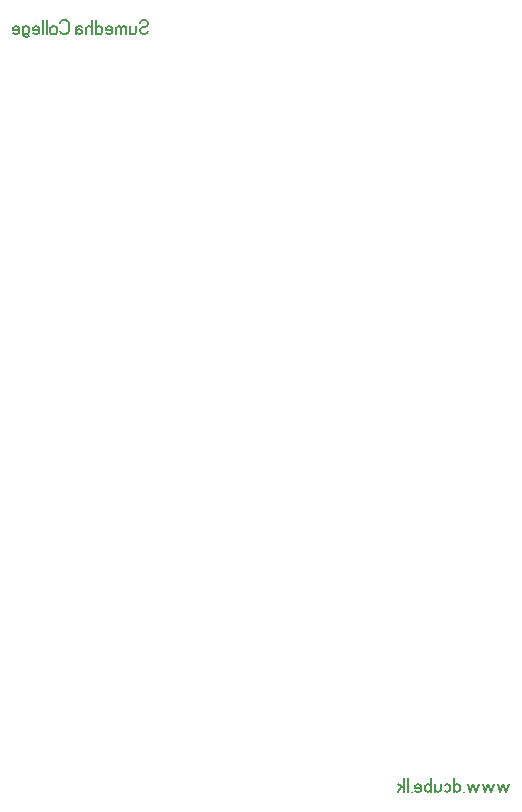
<source format=gbr>
%FSLAX34Y34*%
%MOMM*%
%LNSILK_BOTTOM_*%
G71*
G01*
%ADD10C, 0.14*%
%LPD*%
G54D10*
X-563166Y-591591D02*
X-565766Y-598091D01*
X-568366Y-591591D01*
X-570966Y-598091D01*
X-572699Y-591591D01*
G54D10*
X-575877Y-591591D02*
X-578477Y-598091D01*
X-581077Y-591591D01*
X-583677Y-598091D01*
X-585410Y-591591D01*
G54D10*
X-588588Y-591591D02*
X-591188Y-598091D01*
X-593788Y-591591D01*
X-596388Y-598091D01*
X-598121Y-591591D01*
G54D10*
X-601299Y-598091D02*
X-601299Y-598091D01*
G54D10*
X-609677Y-598091D02*
X-609677Y-586535D01*
G54D10*
X-609677Y-593468D02*
X-608810Y-592024D01*
X-607077Y-591591D01*
X-605343Y-592024D01*
X-604477Y-593468D01*
X-604477Y-596357D01*
X-605343Y-597802D01*
X-607077Y-598091D01*
X-608810Y-597802D01*
X-609677Y-596357D01*
G54D10*
X-617188Y-592024D02*
X-615455Y-591591D01*
X-613721Y-592024D01*
X-612855Y-593468D01*
X-612855Y-596357D01*
X-613721Y-597802D01*
X-615455Y-598091D01*
X-617188Y-597802D01*
G54D10*
X-625566Y-591591D02*
X-625566Y-598091D01*
G54D10*
X-625566Y-596646D02*
X-624699Y-597802D01*
X-622966Y-598091D01*
X-621232Y-597802D01*
X-620366Y-596646D01*
X-620366Y-591591D01*
G54D10*
X-628744Y-598091D02*
X-628744Y-586535D01*
G54D10*
X-628744Y-593468D02*
X-629610Y-592024D01*
X-631344Y-591591D01*
X-633077Y-592024D01*
X-633944Y-593468D01*
X-633944Y-596357D01*
X-633077Y-597802D01*
X-631344Y-598091D01*
X-629610Y-597802D01*
X-628744Y-596357D01*
G54D10*
X-642322Y-597368D02*
X-640935Y-598091D01*
X-639202Y-598091D01*
X-637468Y-597368D01*
X-637122Y-595924D01*
X-637122Y-593468D01*
X-637988Y-592024D01*
X-639722Y-591591D01*
X-641455Y-592024D01*
X-642322Y-593035D01*
X-642322Y-594480D01*
X-637122Y-594480D01*
G54D10*
X-645500Y-598091D02*
X-645500Y-598091D01*
G54D10*
X-648678Y-598091D02*
X-648678Y-586535D01*
G54D10*
X-651856Y-598091D02*
X-651856Y-586535D01*
G54D10*
X-654456Y-593757D02*
X-657056Y-598091D01*
G54D10*
X-651856Y-595202D02*
X-657056Y-591591D01*
G54D10*
X-868759Y45823D02*
X-869626Y44378D01*
X-871359Y43656D01*
X-873093Y43656D01*
X-874826Y44378D01*
X-875693Y45823D01*
X-875693Y47267D01*
X-874826Y48712D01*
X-873093Y49434D01*
X-871359Y49434D01*
X-869626Y50156D01*
X-868759Y51601D01*
X-868759Y53045D01*
X-869626Y54490D01*
X-871359Y55212D01*
X-873093Y55212D01*
X-874826Y54490D01*
X-875693Y53045D01*
G54D10*
X-884070Y50156D02*
X-884070Y43656D01*
G54D10*
X-884070Y45101D02*
X-883204Y43945D01*
X-881470Y43656D01*
X-879737Y43945D01*
X-878870Y45101D01*
X-878870Y50156D01*
G54D10*
X-887248Y43656D02*
X-887248Y50156D01*
G54D10*
X-887248Y49001D02*
X-888982Y50156D01*
X-890715Y49723D01*
X-891582Y48712D01*
X-891582Y43656D01*
G54D10*
X-891582Y49001D02*
X-893315Y50156D01*
X-895048Y49723D01*
X-895915Y48712D01*
X-895915Y43656D01*
G54D10*
X-904293Y44378D02*
X-902907Y43656D01*
X-901173Y43656D01*
X-899440Y44378D01*
X-899093Y45823D01*
X-899093Y48278D01*
X-899960Y49723D01*
X-901693Y50156D01*
X-903427Y49723D01*
X-904293Y48712D01*
X-904293Y47267D01*
X-899093Y47267D01*
G54D10*
X-912671Y43656D02*
X-912671Y55212D01*
G54D10*
X-912671Y48278D02*
X-911805Y49723D01*
X-910071Y50156D01*
X-908338Y49723D01*
X-907471Y48278D01*
X-907471Y45390D01*
X-908338Y43945D01*
X-910071Y43656D01*
X-911805Y43945D01*
X-912671Y45390D01*
G54D10*
X-915849Y43656D02*
X-915849Y55212D01*
G54D10*
X-915849Y48278D02*
X-916716Y49723D01*
X-918449Y50156D01*
X-920183Y49723D01*
X-921049Y48278D01*
X-921049Y43656D01*
G54D10*
X-924227Y49434D02*
X-925961Y50156D01*
X-928041Y50156D01*
X-929427Y48712D01*
X-929427Y43656D01*
G54D10*
X-929427Y45823D02*
X-928561Y47267D01*
X-926827Y47556D01*
X-925094Y47267D01*
X-924227Y45823D01*
X-924574Y44378D01*
X-925961Y43656D01*
X-926827Y43656D01*
X-927174Y43656D01*
X-928561Y44378D01*
X-929427Y45823D01*
G54D10*
X-942890Y45823D02*
X-942023Y44378D01*
X-940290Y43656D01*
X-938556Y43656D01*
X-936823Y44378D01*
X-935956Y45823D01*
X-935956Y53045D01*
X-936823Y54490D01*
X-938556Y55212D01*
X-940290Y55212D01*
X-942023Y54490D01*
X-942890Y53045D01*
G54D10*
X-951267Y45390D02*
X-951267Y48278D01*
X-950401Y49723D01*
X-948667Y50156D01*
X-946934Y49723D01*
X-946067Y48278D01*
X-946067Y45390D01*
X-946934Y43945D01*
X-948667Y43656D01*
X-950401Y43945D01*
X-951267Y45390D01*
G54D10*
X-954445Y43656D02*
X-954445Y55212D01*
G54D10*
X-957623Y43656D02*
X-957623Y55212D01*
G54D10*
X-966001Y44378D02*
X-964615Y43656D01*
X-962881Y43656D01*
X-961148Y44378D01*
X-960801Y45823D01*
X-960801Y48278D01*
X-961668Y49723D01*
X-963401Y50156D01*
X-965135Y49723D01*
X-966001Y48712D01*
X-966001Y47267D01*
X-960801Y47267D01*
G54D10*
X-969179Y41490D02*
X-970913Y40767D01*
X-972126Y40767D01*
X-973859Y41490D01*
X-974379Y42934D01*
X-974379Y50156D01*
G54D10*
X-974379Y48278D02*
X-973513Y49723D01*
X-971779Y50156D01*
X-970046Y49723D01*
X-969179Y48278D01*
X-969179Y45390D01*
X-970046Y43945D01*
X-971779Y43656D01*
X-973513Y43945D01*
X-974379Y45390D01*
G54D10*
X-982757Y44378D02*
X-981371Y43656D01*
X-979637Y43656D01*
X-977904Y44378D01*
X-977557Y45823D01*
X-977557Y48278D01*
X-978424Y49723D01*
X-980157Y50156D01*
X-981891Y49723D01*
X-982757Y48712D01*
X-982757Y47267D01*
X-977557Y47267D01*
M02*

</source>
